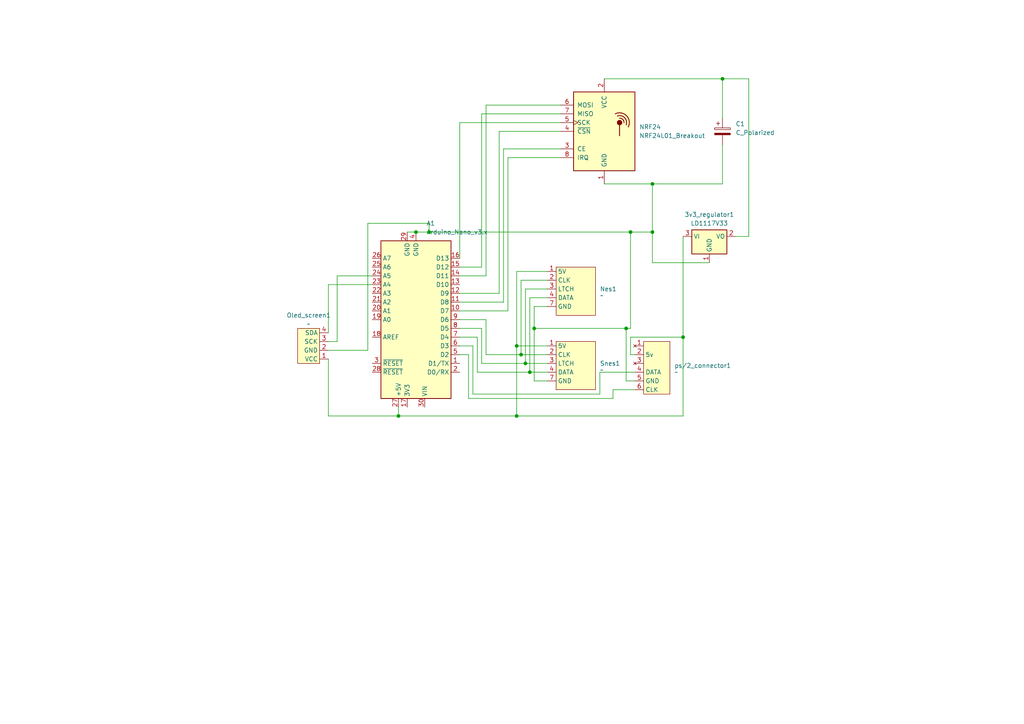
<source format=kicad_sch>
(kicad_sch (version 20231120) (generator "eeschema") (generator_version "8.0")
  (paper "A4")
  (lib_symbols
    (symbol "Device:C_Polarized" (pin_numbers hide) (pin_names (offset 0.254))
      (property "Reference" "C" (at 0.635 2.54 0))
      (property "Value" "C_Polarized" (at 0.635 -2.54 0))
      (symbol "C_Polarized_0_1"
        (rectangle (start -2.286 0.508) (end 2.286 1.016))
        (polyline (pts (xy -1.778 2.286) (xy -0.762 2.286)))
        (polyline (pts (xy -1.27 2.794) (xy -1.27 1.778)))
        (rectangle (start 2.286 -0.508) (end -2.286 -1.016) (fill (type outline)))
      )
      (symbol "C_Polarized_1_1"
        (pin passive line (at 0 3.81 270) (length 2.794) (name "~") (number "1"))
        (pin passive line (at 0 -3.81 90) (length 2.794) (name "~") (number "2"))
      )
    )
    (symbol "MCU_Module:Arduino_Nano_v3.x"
      (property "Reference" "A" (at -10.16 23.495 0))
      (property "Value" "Arduino_Nano_v3.x" (at 5.08 -24.13 0))
      (symbol "Arduino_Nano_v3.x_0_1"
        (rectangle (start -10.16 22.86) (end 10.16 -22.86) (stroke (width 0.254)) (fill (type background)))
      )
      (symbol "Arduino_Nano_v3.x_1_1"
        (pin bidirectional line (at -12.7 12.7 0) (length 2.54) (name "D1/TX") (number "1"))
        (pin bidirectional line (at -12.7 -2.54 0) (length 2.54) (name "D7") (number "10"))
        (pin bidirectional line (at -12.7 -5.08 0) (length 2.54) (name "D8") (number "11"))
        (pin bidirectional line (at -12.7 -7.62 0) (length 2.54) (name "D9") (number "12"))
        (pin bidirectional line (at -12.7 -10.16 0) (length 2.54) (name "D10") (number "13"))
        (pin bidirectional line (at -12.7 -12.7 0) (length 2.54) (name "D11") (number "14"))
        (pin bidirectional line (at -12.7 -15.24 0) (length 2.54) (name "D12") (number "15"))
        (pin bidirectional line (at -12.7 -17.78 0) (length 2.54) (name "D13") (number "16"))
        (pin power_out line (at 2.54 25.4 270) (length 2.54) (name "3V3") (number "17"))
        (pin input line (at 12.7 5.08 180) (length 2.54) (name "AREF") (number "18"))
        (pin bidirectional line (at 12.7 0 180) (length 2.54) (name "A0") (number "19"))
        (pin bidirectional line (at -12.7 15.24 0) (length 2.54) (name "D0/RX") (number "2"))
        (pin bidirectional line (at 12.7 -2.54 180) (length 2.54) (name "A1") (number "20"))
        (pin bidirectional line (at 12.7 -5.08 180) (length 2.54) (name "A2") (number "21"))
        (pin bidirectional line (at 12.7 -7.62 180) (length 2.54) (name "A3") (number "22"))
        (pin bidirectional line (at 12.7 -10.16 180) (length 2.54) (name "A4") (number "23"))
        (pin bidirectional line (at 12.7 -12.7 180) (length 2.54) (name "A5") (number "24"))
        (pin bidirectional line (at 12.7 -15.24 180) (length 2.54) (name "A6") (number "25"))
        (pin bidirectional line (at 12.7 -17.78 180) (length 2.54) (name "A7") (number "26"))
        (pin power_out line (at 5.08 25.4 270) (length 2.54) (name "+5V") (number "27"))
        (pin input line (at 12.7 15.24 180) (length 2.54) (name "~{RESET}") (number "28"))
        (pin power_in line (at 2.54 -25.4 90) (length 2.54) (name "GND") (number "29"))
        (pin input line (at 12.7 12.7 180) (length 2.54) (name "~{RESET}") (number "3"))
        (pin power_in line (at -2.54 25.4 270) (length 2.54) (name "VIN") (number "30"))
        (pin power_in line (at 0 -25.4 90) (length 2.54) (name "GND") (number "4"))
        (pin bidirectional line (at -12.7 10.16 0) (length 2.54) (name "D2") (number "5"))
        (pin bidirectional line (at -12.7 7.62 0) (length 2.54) (name "D3") (number "6"))
        (pin bidirectional line (at -12.7 5.08 0) (length 2.54) (name "D4") (number "7"))
        (pin bidirectional line (at -12.7 2.54 0) (length 2.54) (name "D5") (number "8"))
        (pin bidirectional line (at -12.7 0 0) (length 2.54) (name "D6") (number "9"))
      )
    )
    (symbol "RF:NRF24L01_Breakout" (pin_names (offset 1.016))
      (property "Reference" "U" (at -8.89 12.7 0))
      (property "Value" "NRF24L01_Breakout" (at 3.81 12.7 0))
      (symbol "NRF24L01_Breakout_0_1"
        (rectangle (start -8.89 11.43) (end 8.89 -11.43) (stroke (width 0.254)) (fill (type background)))
        (polyline (pts (xy 4.445 1.905) (xy 4.445 -1.27)) (stroke (width 0.254)))
        (circle (center 4.445 2.54) (radius 0.635) (stroke (width 0.254)) (fill (type outline)))
        (arc (start 5.715 2.54) (mid 5.3521 3.4546) (end 4.445 3.81) (stroke (width 0.254)))
        (arc (start 6.35 1.905) (mid 5.8763 3.9854) (end 3.81 4.445) (stroke (width 0.254)))
        (arc (start 6.985 1.27) (mid 6.453 4.548) (end 3.175 5.08) (stroke (width 0.254)))
      )
      (symbol "NRF24L01_Breakout_1_1"
        (pin power_in line (at 0 -15.24 90) (length 3.81) (name "GND") (number "1"))
        (pin power_in line (at 0 15.24 270) (length 3.81) (name "VCC") (number "2"))
        (pin input line (at -12.7 -5.08 0) (length 3.81) (name "CE") (number "3"))
        (pin input line (at -12.7 0 0) (length 3.81) (name "~{CSN}") (number "4"))
        (pin input clock (at -12.7 2.54 0) (length 3.81) (name "SCK") (number "5"))
        (pin input line (at -12.7 7.62 0) (length 3.81) (name "MOSI") (number "6"))
        (pin output line (at -12.7 5.08 0) (length 3.81) (name "MISO") (number "7"))
        (pin output line (at -12.7 -7.62 0) (length 3.81) (name "IRQ") (number "8"))
      )
    )
    (symbol "Symbols_cez:1.3/0.91_inch_Oled_screen"
      (property "Reference" "Oled_screen" (at 4.318 5.334 0))
      (symbol "1.3/0.91_inch_Oled_screen_0_1"
        (rectangle (start 1.27 3.81) (end 7.62 -6.35) (fill (type background)))
      )
      (symbol "1.3/0.91_inch_Oled_screen_1_1"
        (pin power_in line (at -1.27 2.54 0) (length 2.54) (name "VCC") (number "1"))
        (pin power_in line (at -1.27 0 0) (length 2.54) (name "GND") (number "2"))
        (pin passive line (at -1.27 -2.54 0) (length 2.54) (name "SCK") (number "3"))
        (pin passive line (at -1.27 -5.08 0) (length 2.54) (name "SDA") (number "4"))
      )
    )
    (symbol "Symbols_cez:LD1117V33"
      (property "Reference" "3v3_regulator" (at 11.938 -4.318 0))
      (property "Value" "LD1117V33" (at -5.334 3.302 0))
      (symbol "LD1117V33_0_1"
        (rectangle (start -5.08 -5.08) (end 5.08 1.905) (stroke (width 0.254)) (fill (type background)))
      )
      (symbol "LD1117V33_1_1"
        (pin power_in line (at 0 -7.62 90) (length 2.54) (name "GND") (number "1"))
        (pin power_out line (at 7.62 0 180) (length 2.54) (name "VO") (number "2"))
        (pin power_in line (at -7.62 0 0) (length 2.54) (name "VI") (number "3"))
      )
    )
    (symbol "Symbols_cez:nes_controller"
      (property "Reference" "Nes" (at 3.302 4.572 0))
      (symbol "nes_controller_0_1"
        (rectangle (start -2.54 2.54) (end 8.89 -11.43) (fill (type background)))
      )
      (symbol "nes_controller_1_1"
        (pin power_in line (at -5.08 1.27 0) (length 2.54) (name "5V") (number "1"))
        (pin passive line (at -5.08 -1.27 0) (length 2.54) (name "CLK") (number "2"))
        (pin passive line (at -5.08 -3.81 0) (length 2.54) (name "LTCH") (number "3"))
        (pin passive line (at -5.08 -6.35 0) (length 2.54) (name "DATA") (number "4"))
        (pin passive line (at -5.08 -8.89 0) (length 2.54) (name "GND") (number "7"))
      )
    )
    (symbol "Symbols_cez:ps_2_connector"
      (property "Reference" "ps/2_connector" (at 6.35 8.382 0))
      (symbol "ps_2_connector_0_1"
        (rectangle (start 3.81 6.35) (end 11.43 -8.89) (fill (type background)))
      )
      (symbol "ps_2_connector_1_1"
        (pin no_connect line (at 1.27 5.08 0) (length 2.54) (name "") (number "1"))
        (pin power_out line (at 1.27 2.54 0) (length 2.54) (name "5v") (number "2"))
        (pin no_connect line (at 1.27 0 0) (length 2.54) (name "") (number "3"))
        (pin passive line (at 1.27 -2.54 0) (length 2.54) (name "DATA") (number "4"))
        (pin passive line (at 1.27 -5.08 0) (length 2.54) (name "GND") (number "5"))
        (pin passive line (at 1.27 -7.62 0) (length 2.54) (name "CLK") (number "6"))
      )
    )
    (symbol "Symbols_cez:snes_controller"
      (property "Reference" "Snes" (at 3.302 4.572 0))
      (symbol "snes_controller_0_1"
        (rectangle (start -2.54 2.54) (end 8.89 -11.43) (fill (type background)))
      )
      (symbol "snes_controller_1_1"
        (pin power_in line (at -5.08 1.27 0) (length 2.54) (name "5V") (number "1"))
        (pin passive line (at -5.08 -1.27 0) (length 2.54) (name "CLK") (number "2"))
        (pin passive line (at -5.08 -3.81 0) (length 2.54) (name "LTCH") (number "3"))
        (pin passive line (at -5.08 -6.35 0) (length 2.54) (name "DATA") (number "4"))
        (pin passive line (at -5.08 -8.89 0) (length 2.54) (name "GND") (number "7"))
      )
    )
  )
  (junction (at 149.86 100.33))
  (junction (at 115.57 120.65))
  (junction (at 181.61 95.25))
  (junction (at 151.13 102.87))
  (junction (at 209.55 22.86))
  (junction (at 154.94 95.25))
  (junction (at 189.23 53.34))
  (junction (at 189.23 67.31))
  (junction (at 153.67 107.95))
  (junction (at 152.4 105.41))
  (junction (at 124.46 67.31))
  (junction (at 182.88 67.31))
  (junction (at 120.65 67.31))
  (junction (at 149.86 120.65))
  (junction (at 198.12 97.79))
  (wire (pts (xy 95.25 82.55) (xy 107.95 82.55)))
  (wire (pts (xy 147.32 90.17) (xy 133.35 90.17)))
  (wire (pts (xy 154.94 95.25) (xy 154.94 110.49)))
  (wire (pts (xy 140.97 30.48) (xy 140.97 80.01)))
  (wire (pts (xy 149.86 78.74) (xy 149.86 100.33)))
  (wire (pts (xy 149.86 78.74) (xy 158.75 78.74)))
  (wire (pts (xy 146.05 43.18) (xy 146.05 87.63)))
  (wire (pts (xy 115.57 120.65) (xy 149.86 120.65)))
  (wire (pts (xy 147.32 45.72) (xy 147.32 90.17)))
  (wire (pts (xy 182.88 67.31) (xy 124.46 67.31)))
  (wire (pts (xy 138.43 97.79) (xy 133.35 97.79)))
  (wire (pts (xy 173.99 107.95) (xy 173.99 114.3)))
  (wire (pts (xy 152.4 83.82) (xy 152.4 105.41)))
  (wire (pts (xy 217.17 22.86) (xy 209.55 22.86)))
  (wire (pts (xy 181.61 95.25) (xy 182.88 95.25)))
  (wire (pts (xy 162.56 43.18) (xy 146.05 43.18)))
  (wire (pts (xy 217.17 68.58) (xy 217.17 22.86)))
  (wire (pts (xy 115.57 120.65) (xy 115.57 118.11)))
  (wire (pts (xy 135.89 115.57) (xy 177.8 115.57)))
  (wire (pts (xy 162.56 30.48) (xy 140.97 30.48)))
  (wire (pts (xy 209.55 22.86) (xy 209.55 34.29)))
  (wire (pts (xy 184.15 110.49) (xy 181.61 110.49)))
  (wire (pts (xy 151.13 102.87) (xy 158.75 102.87)))
  (wire (pts (xy 139.7 105.41) (xy 139.7 95.25)))
  (wire (pts (xy 135.89 102.87) (xy 135.89 115.57)))
  (wire (pts (xy 95.25 104.14) (xy 95.25 120.65)))
  (wire (pts (xy 139.7 95.25) (xy 133.35 95.25)))
  (wire (pts (xy 133.35 35.56) (xy 133.35 74.93)))
  (wire (pts (xy 162.56 45.72) (xy 147.32 45.72)))
  (wire (pts (xy 189.23 76.2) (xy 189.23 67.31)))
  (wire (pts (xy 162.56 38.1) (xy 144.78 38.1)))
  (wire (pts (xy 106.68 101.6) (xy 106.68 64.77)))
  (wire (pts (xy 144.78 85.09) (xy 133.35 85.09)))
  (wire (pts (xy 158.75 83.82) (xy 152.4 83.82)))
  (wire (pts (xy 137.16 100.33) (xy 137.16 114.3)))
  (wire (pts (xy 177.8 113.03) (xy 177.8 115.57)))
  (wire (pts (xy 189.23 67.31) (xy 189.23 53.34)))
  (wire (pts (xy 158.75 100.33) (xy 149.86 100.33)))
  (wire (pts (xy 137.16 114.3) (xy 173.99 114.3)))
  (wire (pts (xy 175.26 53.34) (xy 189.23 53.34)))
  (wire (pts (xy 149.86 100.33) (xy 149.86 120.65)))
  (wire (pts (xy 139.7 33.02) (xy 139.7 77.47)))
  (wire (pts (xy 198.12 97.79) (xy 198.12 120.65)))
  (wire (pts (xy 153.67 86.36) (xy 153.67 107.95)))
  (wire (pts (xy 182.88 97.79) (xy 198.12 97.79)))
  (wire (pts (xy 182.88 95.25) (xy 182.88 67.31)))
  (wire (pts (xy 158.75 81.28) (xy 151.13 81.28)))
  (wire (pts (xy 162.56 33.02) (xy 139.7 33.02)))
  (wire (pts (xy 95.25 120.65) (xy 115.57 120.65)))
  (wire (pts (xy 120.65 67.31) (xy 124.46 67.31)))
  (wire (pts (xy 139.7 77.47) (xy 133.35 77.47)))
  (wire (pts (xy 198.12 120.65) (xy 149.86 120.65)))
  (wire (pts (xy 198.12 68.58) (xy 198.12 97.79)))
  (wire (pts (xy 135.89 102.87) (xy 133.35 102.87)))
  (wire (pts (xy 152.4 105.41) (xy 158.75 105.41)))
  (wire (pts (xy 209.55 53.34) (xy 209.55 41.91)))
  (wire (pts (xy 140.97 80.01) (xy 133.35 80.01)))
  (wire (pts (xy 106.68 64.77) (xy 124.46 64.77)))
  (wire (pts (xy 182.88 67.31) (xy 189.23 67.31)))
  (wire (pts (xy 152.4 105.41) (xy 139.7 105.41)))
  (wire (pts (xy 118.11 67.31) (xy 120.65 67.31)))
  (wire (pts (xy 151.13 102.87) (xy 140.97 102.87)))
  (wire (pts (xy 151.13 81.28) (xy 151.13 102.87)))
  (wire (pts (xy 154.94 88.9) (xy 154.94 95.25)))
  (wire (pts (xy 137.16 100.33) (xy 133.35 100.33)))
  (wire (pts (xy 95.25 96.52) (xy 95.25 82.55)))
  (wire (pts (xy 97.79 99.06) (xy 97.79 80.01)))
  (wire (pts (xy 182.88 102.87) (xy 182.88 97.79)))
  (wire (pts (xy 158.75 86.36) (xy 153.67 86.36)))
  (wire (pts (xy 97.79 80.01) (xy 107.95 80.01)))
  (wire (pts (xy 154.94 95.25) (xy 181.61 95.25)))
  (wire (pts (xy 158.75 88.9) (xy 154.94 88.9)))
  (wire (pts (xy 205.74 76.2) (xy 189.23 76.2)))
  (wire (pts (xy 153.67 107.95) (xy 158.75 107.95)))
  (wire (pts (xy 184.15 102.87) (xy 182.88 102.87)))
  (wire (pts (xy 213.36 68.58) (xy 217.17 68.58)))
  (wire (pts (xy 146.05 87.63) (xy 133.35 87.63)))
  (wire (pts (xy 175.26 22.86) (xy 209.55 22.86)))
  (wire (pts (xy 95.25 101.6) (xy 106.68 101.6)))
  (wire (pts (xy 138.43 107.95) (xy 138.43 97.79)))
  (wire (pts (xy 189.23 53.34) (xy 209.55 53.34)))
  (wire (pts (xy 184.15 107.95) (xy 173.99 107.95)))
  (wire (pts (xy 154.94 110.49) (xy 158.75 110.49)))
  (wire (pts (xy 124.46 64.77) (xy 124.46 67.31)))
  (wire (pts (xy 140.97 92.71) (xy 133.35 92.71)))
  (wire (pts (xy 181.61 95.25) (xy 181.61 110.49)))
  (wire (pts (xy 153.67 107.95) (xy 138.43 107.95)))
  (wire (pts (xy 140.97 102.87) (xy 140.97 92.71)))
  (wire (pts (xy 95.25 99.06) (xy 97.79 99.06)))
  (wire (pts (xy 144.78 38.1) (xy 144.78 85.09)))
  (wire (pts (xy 162.56 35.56) (xy 133.35 35.56)))
  (wire (pts (xy 184.15 113.03) (xy 177.8 113.03)))
  (symbol (lib_id "Symbols_cez:nes_controller") (at 163.83 80.01 0) (unit 1)
    (property "Reference" "Nes1" (at 173.99 83.8199 0) (effects (justify left)))
    (property "Value" "~" (at 173.99 85.725 0) (effects (justify left)))
    (property "Footprint" "Footprints_cez:nes_controller" (effects (hide yes)))
  )
  (symbol (lib_id "RF:NRF24L01_Breakout") (at 175.26 38.1 0) (unit 1)
    (property "Reference" "NRF24" (at 185.42 36.8299 0) (effects (justify left)))
    (property "Value" "NRF24L01_Breakout" (at 185.42 39.3699 0) (effects (justify left)))
    (property "Footprint" "Footprints_cez:nRF24L01_big" (effects (hide yes)))
    (property "Datasheet" "http://www.nordicsemi.com/eng/content/download/2730/34105/file/nRF24L01_Product_Specification_v2_0.pdf" (effects (hide yes)))
    (property "Description" "Ultra low power 2.4GHz RF Transceiver, Carrier PCB" (effects (hide yes)))
  )
  (symbol (lib_id "Symbols_cez:ps_2_connector") (at 182.88 105.41 0) (unit 1)
    (property "Reference" "ps/2_connector1" (at 195.58 106.0449 0) (effects (justify left)))
    (property "Value" "~" (at 195.58 107.95 0) (effects (justify left)))
    (property "Footprint" "Footprints_cez:ps_2 connector" (effects (hide yes)))
  )
  (symbol (lib_id "Device:C_Polarized") (at 209.55 38.1 0) (unit 1)
    (property "Reference" "C1" (at 213.36 35.9409 0) (effects (justify left)))
    (property "Value" "C_Polarized" (at 213.36 38.4809 0) (effects (justify left)))
    (property "Footprint" "Capacitor_THT:CP_Radial_D6.3mm_P2.50mm" (effects (hide yes)))
    (property "Description" "Polarized capacitor" (effects (hide yes)))
  )
  (symbol (lib_id "Symbols_cez:1.3/0.91_inch_Oled_screen") (at 93.98 101.6 180) (unit 1)
    (property "Reference" "Oled_screen1" (at 89.535 91.44 0))
    (property "Value" "~" (at 89.535 93.98 0))
    (property "Footprint" "Footprints_cez:1.3inch Oled screen" (effects (hide yes)))
  )
  (symbol (lib_id "Symbols_cez:LD1117V33") (at 205.74 68.58 0) (unit 1)
    (property "Reference" "3v3_regulator1" (at 205.74 62.23 0))
    (property "Value" "LD1117V33" (at 205.74 64.77 0))
    (property "Footprint" "Package_TO_SOT_THT:TO-220-3_Horizontal_TabDown" (effects (hide yes)))
    (property "Description" "800mA 3.3V Regulator" (effects (hide yes)))
  )
  (symbol (lib_id "Symbols_cez:snes_controller") (at 163.83 101.6 0) (unit 1)
    (property "Reference" "Snes1" (at 173.99 105.4099 0) (effects (justify left)))
    (property "Value" "~" (at 173.99 107.315 0) (effects (justify left)))
    (property "Footprint" "Footprints_cez:snes_controller_v2" (effects (hide yes)))
  )
  (symbol (lib_id "MCU_Module:Arduino_Nano_v3.x") (at 120.65 92.71 180) (unit 1)
    (property "Reference" "A1" (at 123.6665 64.77 0) (effects (justify right)))
    (property "Value" "Arduino_Nano_v3.x" (at 123.6665 67.31 0) (effects (justify right)))
    (property "Footprint" "Footprints_cez:Arduino nano breakout" (effects (hide yes)))
    (property "Datasheet" "http://www.mouser.com/pdfdocs/Gravitech_Arduino_Nano3_0.pdf" (effects (hide yes)))
    (property "Description" "Arduino Nano v3.x" (effects (hide yes)))
  )
)
</source>
